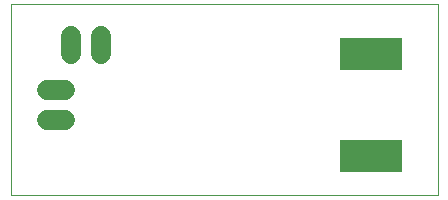
<source format=gbs>
G75*
G70*
%OFA0B0*%
%FSLAX24Y24*%
%IPPOS*%
%LPD*%
%AMOC8*
5,1,8,0,0,1.08239X$1,22.5*
%
%ADD10C,0.0000*%
%ADD11C,0.0680*%
%ADD12R,0.2080X0.1080*%
D10*
X003000Y000100D02*
X003000Y006470D01*
X017242Y006470D01*
X017242Y000100D01*
X003000Y000100D01*
D11*
X004200Y002600D02*
X004800Y002600D01*
X004800Y003600D02*
X004200Y003600D01*
X005000Y004800D02*
X005000Y005400D01*
X006000Y005400D02*
X006000Y004800D01*
D12*
X015000Y004800D03*
X015000Y001400D03*
M02*

</source>
